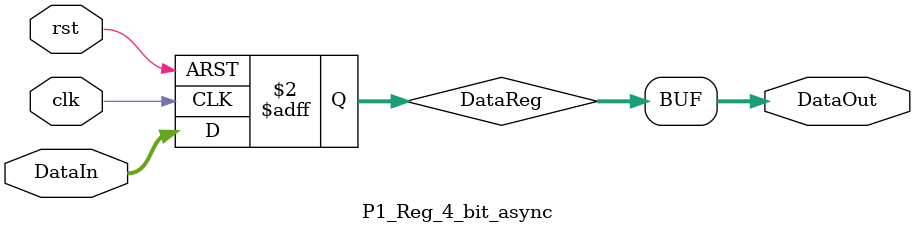
<source format=v>
`timescale 1ns / 100ps

module P1_Reg_4_bit_async (DataIn, DataOut, rst, clk);

    input [3:0] DataIn;
    output [3:0] DataOut;
    input rst;
    input clk;
    reg [3:0] DataReg;
    
    always @(posedge clk or posedge rst)
        if(rst)
            DataReg <= 4'b0;
        else
            DataReg <= DataIn;
    assign DataOut = DataReg;
endmodule
</source>
